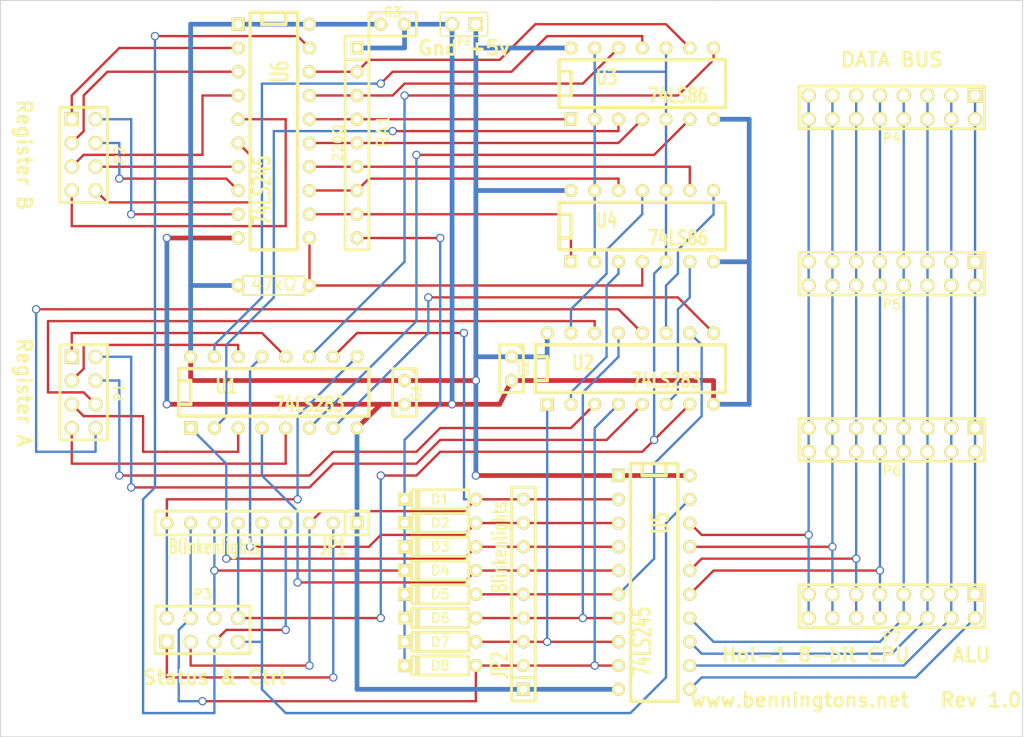
<source format=kicad_pcb>
(kicad_pcb (version 20211014) (generator pcbnew)
  (title_block (title "HOL-1 TTL CPU - ALU board") (rev "1.0") (company "www.benningtons.net"))
  (layers (0 "F.Cu" signal) (31 "B.Cu" signal) (34 "B.Paste" user) (35 "F.Paste" user) (36 "B.SilkS" user "B.Silkscreen") (37 "F.SilkS" user "F.Silkscreen") (38 "B.Mask" user) (39 "F.Mask" user) (44 "Edge.Cuts" user))
  (net 0 "")
  (net 1 "+5V")
  (net 2 "/A1")
  (net 3 "/A2")
  (net 4 "/A3")
  (net 5 "/A4")
  (net 6 "/A5")
  (net 7 "/A6")
  (net 8 "/A7")
  (net 9 "/A8")
  (net 10 "/B1")
  (net 11 "/B2")
  (net 12 "/B3")
  (net 13 "/B4")
  (net 14 "/B5")
  (net 15 "/B6")
  (net 16 "/B7")
  (net 17 "/B8")
  (net 18 "/Carry?")
  (net 19 "/INC")
  (net 20 "/Negative?")
  (net 21 "/Not Zero?")
  (net 22 "/Odd?")
  (net 23 "/Subtract")
  (net 24 "/Sum Out")
  (net 25 "/Sum2")
  (net 26 "/Sum3")
  (net 27 "/Sum4")
  (net 28 "/Sum5")
  (net 29 "/Sum6")
  (net 30 "/Sum7")
  (net 31 "GND")
  (net 32 "N-0000010")
  (net 33 "N-0000011")
  (net 34 "N-0000026")
  (net 35 "N-0000028")
  (net 36 "N-0000029")
  (net 37 "N-0000030")
  (net 38 "N-0000031")
  (net 39 "N-0000032")
  (net 40 "N-0000033")
  (net 41 "N-0000034")
  (net 42 "N-0000035")
  (net 43 "N-0000036")
  (net 44 "N-0000037")
  (net 45 "N-0000038")
  (net 46 "N-0000039")
  (net 47 "N-000005")
  (net 48 "N-0000052")
  (net 49 "N-0000053")
  (net 50 "N-0000054")
  (net 51 "N-0000055")
  (net 52 "N-0000056")
  (net 53 "N-0000057")
  (net 54 "N-0000058")
  (net 55 "N-0000059")
  (net 56 "N-000008")
  (net 57 "N-000009")
  (footprint "PIN_ARRAY_2X1" (layer "F.Cu") (at 135.89 63.5 180)
    (fp_text reference "P8")
    (fp_text value "Power" hide)
  )
  (footprint "C1" (layer "F.Cu") (at 129.54 102.87 -90)
    (fp_text reference "C1")
    (fp_text value "100nF" hide)
  )
  (footprint "C1" (layer "F.Cu") (at 140.97 100.33 -90)
    (fp_text reference "C2")
    (fp_text value "100nF" hide)
  )
  (footprint "C1" (layer "F.Cu") (at 128.27 63.5)
    (fp_text reference "C3")
    (fp_text value "100nF" hide)
  )
  (footprint "R3" (layer "F.Cu") (at 115.57 91.44 180)
    (fp_text reference "R1" hide)
    (fp_text value "47kΩ")
  )
  (footprint "D3" (layer "F.Cu") (at 133.35 129.54 180)
    (fp_text reference "D7")
    (fp_text value "DIODE" hide)
  )
  (footprint "D3" (layer "F.Cu") (at 133.35 127 180)
    (fp_text reference "D6")
    (fp_text value "DIODE" hide)
  )
  (footprint "D3" (layer "F.Cu") (at 133.35 114.3 180)
    (fp_text reference "D1")
    (fp_text value "DIODE" hide)
  )
  (footprint "D3" (layer "F.Cu") (at 133.35 132.08 180)
    (fp_text reference "D8")
    (fp_text value "DIODE" hide)
  )
  (footprint "D3" (layer "F.Cu") (at 133.35 121.92 180)
    (fp_text reference "D4")
    (fp_text value "DIODE" hide)
  )
  (footprint "D3" (layer "F.Cu") (at 133.35 119.38 180)
    (fp_text reference "D3")
    (fp_text value "DIODE" hide)
  )
  (footprint "D3" (layer "F.Cu") (at 133.35 116.84 180)
    (fp_text reference "D2")
    (fp_text value "DIODE" hide)
  )
  (footprint "D3" (layer "F.Cu") (at 133.35 124.46 180)
    (fp_text reference "D5")
    (fp_text value "DIODE" hide)
  )
  (footprint "SIL-9" (layer "F.Cu") (at 142.24 124.46 90)
    (fp_text reference "JP2")
    (fp_text value "Blinkenlights")
  )
  (footprint "r_pack8" (layer "F.Cu") (at 124.46 76.2 -90)
    (fp_text reference "RA1")
    (fp_text value "220Ω")
  )
  (footprint "SIL-9" (layer "F.Cu") (at 114.3 116.84 180)
    (fp_text reference "JP1")
    (fp_text value "Blinkenlights")
  )
  (footprint "pin_array_8x2" (layer "F.Cu") (at 181.61 72.39 180)
    (fp_text reference "P4")
    (fp_text value "DATA BUS" hide)
  )
  (footprint "pin_array_8x2" (layer "F.Cu") (at 181.61 90.17 180)
    (fp_text reference "P5")
    (fp_text value "DATA BUS" hide)
  )
  (footprint "pin_array_8x2" (layer "F.Cu") (at 181.61 107.95 180)
    (fp_text reference "P6")
    (fp_text value "DATA BUS" hide)
  )
  (footprint "pin_array_8x2" (layer "F.Cu") (at 181.61 125.73 180)
    (fp_text reference "P7")
    (fp_text value "DATA BUS" hide)
  )
  (footprint "DIP-14" (layer "F.Cu") (at 154.94 85.09)
    (fp_text reference "U4")
    (fp_text value "74LS86")
  )
  (footprint "DIP-14" (layer "F.Cu") (at 154.94 69.85)
    (fp_text reference "U3")
    (fp_text value "74LS86")
  )
  (footprint "DIP-16" (layer "F.Cu") (at 115.57 102.87)
    (fp_text reference "U1")
    (fp_text value "74LS283")
  )
  (footprint "DIP-16" (layer "F.Cu") (at 153.67 100.33)
    (fp_text reference "U2")
    (fp_text value "74LS283")
  )
  (footprint "DIP-20" (layer "F.Cu") (at 115.57 74.93 -90)
    (fp_text reference "U6")
    (fp_text value "74LS245")
  )
  (footprint "DIP-20" (layer "F.Cu") (at 156.21 123.19 -90)
    (fp_text reference "U5")
    (fp_text value "74LS245")
  )
  (footprint "pin_array_4x2" (layer "F.Cu") (at 95.25 77.47 -90)
    (fp_text reference "P2")
    (fp_text value "REGISTER B LINK" hide)
  )
  (footprint "pin_array_4x2" (layer "F.Cu") (at 95.25 102.87 -90)
    (fp_text reference "P1")
    (fp_text value "REGISTER A LINK" hide)
  )
  (footprint "pin_array_4x2" (layer "F.Cu") (at 107.95 128.27)
    (fp_text reference "P3")
    (fp_text value "STATUS & CTRL" hide)
  )
  (gr_line (start 86.36 60.96) (end 162.56 60.96) (layer "Edge.Cuts") (width 0.1))
  (gr_line (start 195.58 60.96) (end 195.58 96.52) (layer "Edge.Cuts") (width 0.1))
  (gr_line (start 86.36 139.7) (end 86.36 60.96) (layer "Edge.Cuts") (width 0.1))
  (gr_line (start 162.56 60.96) (end 193.04 60.96) (layer "Edge.Cuts") (width 0.1))
  (gr_line (start 195.58 96.52) (end 195.58 139.7) (layer "Edge.Cuts") (width 0.1))
  (gr_line (start 193.04 60.96) (end 195.58 60.96) (layer "Edge.Cuts") (width 0.1))
  (gr_line (start 193.04 139.7) (end 195.58 139.7) (layer "Edge.Cuts") (width 0.1))
  (gr_line (start 193.04 139.7) (end 86.36 139.7) (layer "Edge.Cuts") (width 0.1))
  (gr_text "Register B" (at 88.9 77.47 270) (layer "F.SilkS") (effects (font (size 1.5 1.5) (thickness 0.3))))
  (gr_text "Gnd +5v" (at 135.89 66.04) (layer "F.SilkS") (effects (font (size 1.5 1.5) (thickness 0.3))))
  (gr_text "Status & Ctrl" (at 109.22 133.35) (layer "F.SilkS") (effects (font (size 1.5 1.5) (thickness 0.3))))
  (gr_text "DATA BUS" (at 181.61 67.31) (layer "F.SilkS") (effects (font (size 1.5 1.5) (thickness 0.3))))
  (gr_text "Register A" (at 88.9 102.87 270) (layer "F.SilkS") (effects (font (size 1.5 1.5) (thickness 0.3))))
  (gr_text "Hol-1 8-bit CPU    ALU\n\nwww.benningtons.net   Rev 1.0" (at 177.8 133.35) (layer "F.SilkS") (effects (font (size 1.5 1.5) (thickness 0.3))))
  (segment (start 137.16 101.6) (end 129.54 101.6) (width 0.508) (layer "F.Cu") (net 1))
  (segment (start 137.16 111.76) (end 152.4 111.76) (width 0.508) (layer "F.Cu") (net 1))
  (segment (start 152.4 111.76) (end 160.02 111.76) (width 0.508) (layer "F.Cu") (net 1))
  (segment (start 106.68 101.6) (end 106.68 99.06) (width 0.508) (layer "F.Cu") (net 1))
  (segment (start 129.54 101.6) (end 106.68 101.6) (width 0.508) (layer "F.Cu") (net 1))
  (via (at 137.16 101.6) (size 0.889) (drill 0.635) (layers "F.Cu" "B.Cu") (net 1))
  (via (at 137.16 111.76) (size 0.889) (drill 0.635) (layers "F.Cu" "B.Cu") (net 1))
  (segment (start 137.16 66.04) (end 147.32 66.04) (width 0.508) (layer "B.Cu") (net 1))
  (segment (start 137.16 81.28) (end 147.32 81.28) (width 0.508) (layer "B.Cu") (net 1))
  (segment (start 137.16 99.06) (end 140.97 99.06) (width 0.508) (layer "B.Cu") (net 1))
  (segment (start 140.97 99.06) (end 144.78 99.06) (width 0.508) (layer "B.Cu") (net 1))
  (segment (start 144.78 99.06) (end 144.78 96.52) (width 0.508) (layer "B.Cu") (net 1))
  (segment (start 137.16 101.6) (end 137.16 111.76) (width 0.508) (layer "B.Cu") (net 1))
  (segment (start 106.68 63.5) (end 111.76 63.5) (width 0.508) (layer "B.Cu") (net 1))
  (segment (start 111.76 63.5) (end 119.38 63.5) (width 0.508) (layer "B.Cu") (net 1))
  (segment (start 119.38 63.5) (end 127 63.5) (width 0.508) (layer "B.Cu") (net 1))
  (segment (start 106.68 91.44) (end 106.68 63.5) (width 0.508) (layer "B.Cu") (net 1))
  (segment (start 111.76 91.44) (end 106.68 91.44) (width 0.508) (layer "B.Cu") (net 1))
  (segment (start 137.16 63.5) (end 137.16 66.04) (width 0.508) (layer "B.Cu") (net 1))
  (segment (start 137.16 81.28) (end 137.16 99.06) (width 0.508) (layer "B.Cu") (net 1))
  (segment (start 137.16 99.06) (end 137.16 101.6) (width 0.508) (layer "B.Cu") (net 1))
  (segment (start 137.16 66.04) (end 137.16 81.28) (width 0.508) (layer "B.Cu") (net 1))
  (segment (start 106.68 99.06) (end 106.68 91.44) (width 0.508) (layer "B.Cu") (net 1))
  (segment (start 151.13 107.95) (end 133.35 107.95) (width 0.254) (layer "F.Cu") (net 2))
  (segment (start 133.35 107.95) (end 130.81 110.49) (width 0.254) (layer "F.Cu") (net 2))
  (segment (start 130.81 110.49) (end 121.92 110.49) (width 0.254) (layer "F.Cu") (net 2))
  (segment (start 119.38 113.03) (end 100.33 113.03) (width 0.254) (layer "F.Cu") (net 2))
  (segment (start 154.94 104.14) (end 151.13 107.95) (width 0.254) (layer "F.Cu") (net 2))
  (segment (start 119.38 113.03) (end 121.92 110.49) (width 0.254) (layer "F.Cu") (net 2))
  (via (at 100.33 113.03) (size 0.889) (drill 0.635) (layers "F.Cu" "B.Cu") (net 2))
  (segment (start 100.33 113.03) (end 100.33 102.87) (width 0.254) (layer "B.Cu") (net 2))
  (segment (start 100.33 99.06) (end 100.33 102.87) (width 0.254) (layer "B.Cu") (net 2))
  (segment (start 96.52 99.06) (end 100.33 99.06) (width 0.254) (layer "B.Cu") (net 2))
  (segment (start 147.32 106.68) (end 133.35 106.68) (width 0.254) (layer "F.Cu") (net 3))
  (segment (start 133.35 106.68) (end 130.81 109.22) (width 0.254) (layer "F.Cu") (net 3))
  (segment (start 130.81 109.22) (end 121.92 109.22) (width 0.254) (layer "F.Cu") (net 3))
  (segment (start 119.38 111.76) (end 99.06 111.76) (width 0.254) (layer "F.Cu") (net 3))
  (segment (start 119.38 111.76) (end 121.92 109.22) (width 0.254) (layer "F.Cu") (net 3))
  (segment (start 149.86 104.14) (end 147.32 106.68) (width 0.254) (layer "F.Cu") (net 3))
  (via (at 99.06 111.76) (size 0.889) (drill 0.635) (layers "F.Cu" "B.Cu") (net 3))
  (segment (start 99.06 111.76) (end 99.06 104.14) (width 0.254) (layer "B.Cu") (net 3))
  (segment (start 99.06 101.6) (end 99.06 104.14) (width 0.254) (layer "B.Cu") (net 3))
  (segment (start 96.52 101.6) (end 99.06 101.6) (width 0.254) (layer "B.Cu") (net 3))
  (segment (start 95.25 102.87) (end 91.44 102.87) (width 0.254) (layer "F.Cu") (net 4))
  (segment (start 91.44 102.87) (end 91.44 95.25) (width 0.254) (layer "F.Cu") (net 4))
  (segment (start 91.44 95.25) (end 149.86 95.25) (width 0.254) (layer "F.Cu") (net 4))
  (segment (start 149.86 95.25) (end 149.86 96.52) (width 0.254) (layer "F.Cu") (net 4))
  (segment (start 96.52 104.14) (end 95.25 102.87) (width 0.254) (layer "F.Cu") (net 4))
  (segment (start 152.4 93.98) (end 90.17 93.98) (width 0.254) (layer "F.Cu") (net 5))
  (segment (start 154.94 96.52) (end 152.4 93.98) (width 0.254) (layer "F.Cu") (net 5))
  (via (at 90.17 93.98) (size 0.889) (drill 0.635) (layers "F.Cu" "B.Cu") (net 5))
  (segment (start 90.17 105.41) (end 90.17 93.98) (width 0.254) (layer "B.Cu") (net 5))
  (segment (start 96.52 109.22) (end 90.17 109.22) (width 0.254) (layer "B.Cu") (net 5))
  (segment (start 90.17 109.22) (end 90.17 105.41) (width 0.254) (layer "B.Cu") (net 5))
  (segment (start 96.52 106.68) (end 96.52 109.22) (width 0.254) (layer "B.Cu") (net 5))
  (segment (start 116.84 110.49) (end 93.98 110.49) (width 0.254) (layer "F.Cu") (net 6))
  (segment (start 93.98 106.68) (end 93.98 110.49) (width 0.254) (layer "F.Cu") (net 6))
  (segment (start 116.84 106.68) (end 116.84 110.49) (width 0.254) (layer "F.Cu") (net 6))
  (segment (start 111.76 109.22) (end 104.14 109.22) (width 0.254) (layer "F.Cu") (net 7))
  (segment (start 95.25 105.41) (end 101.6 105.41) (width 0.254) (layer "F.Cu") (net 7))
  (segment (start 101.6 105.41) (end 101.6 109.22) (width 0.254) (layer "F.Cu") (net 7))
  (segment (start 101.6 109.22) (end 104.14 109.22) (width 0.254) (layer "F.Cu") (net 7))
  (segment (start 111.76 106.68) (end 111.76 109.22) (width 0.254) (layer "F.Cu") (net 7))
  (segment (start 93.98 104.14) (end 95.25 105.41) (width 0.254) (layer "F.Cu") (net 7))
  (segment (start 111.76 97.79) (end 95.25 97.79) (width 0.254) (layer "F.Cu") (net 8))
  (segment (start 95.25 97.79) (end 95.25 100.33) (width 0.254) (layer "F.Cu") (net 8))
  (segment (start 111.76 99.06) (end 111.76 97.79) (width 0.254) (layer "F.Cu") (net 8))
  (segment (start 93.98 101.6) (end 95.25 100.33) (width 0.254) (layer "F.Cu") (net 8))
  (segment (start 96.52 96.52) (end 114.3 96.52) (width 0.254) (layer "F.Cu") (net 9))
  (segment (start 93.98 96.52) (end 96.52 96.52) (width 0.254) (layer "F.Cu") (net 9))
  (segment (start 93.98 99.06) (end 93.98 96.52) (width 0.254) (layer "F.Cu") (net 9))
  (segment (start 114.3 96.52) (end 116.84 99.06) (width 0.254) (layer "F.Cu") (net 9))
  (segment (start 160.02 88.9) (end 160.02 92.71) (width 0.254) (layer "B.Cu") (net 10))
  (segment (start 158.75 93.98) (end 158.75 95.25) (width 0.254) (layer "B.Cu") (net 10))
  (segment (start 158.75 102.87) (end 158.75 99.06) (width 0.254) (layer "B.Cu") (net 10))
  (segment (start 160.02 92.71) (end 158.75 93.98) (width 0.254) (layer "B.Cu") (net 10))
  (segment (start 157.48 104.14) (end 158.75 102.87) (width 0.254) (layer "B.Cu") (net 10))
  (segment (start 158.75 99.06) (end 158.75 95.25) (width 0.254) (layer "B.Cu") (net 10))
  (segment (start 151.13 99.06) (end 151.13 91.44) (width 0.254) (layer "B.Cu") (net 11))
  (segment (start 152.4 90.17) (end 152.4 88.9) (width 0.254) (layer "B.Cu") (net 11))
  (segment (start 147.32 104.14) (end 147.32 102.87) (width 0.254) (layer "B.Cu") (net 11))
  (segment (start 151.13 91.44) (end 152.4 90.17) (width 0.254) (layer "B.Cu") (net 11))
  (segment (start 147.32 102.87) (end 151.13 99.06) (width 0.254) (layer "B.Cu") (net 11))
  (segment (start 154.94 83.82) (end 154.94 81.28) (width 0.254) (layer "B.Cu") (net 12))
  (segment (start 151.13 90.17) (end 151.13 87.63) (width 0.254) (layer "B.Cu") (net 12))
  (segment (start 147.32 93.98) (end 147.32 96.52) (width 0.254) (layer "B.Cu") (net 12))
  (segment (start 151.13 90.17) (end 147.32 93.98) (width 0.254) (layer "B.Cu") (net 12))
  (segment (start 154.94 83.82) (end 151.13 87.63) (width 0.254) (layer "B.Cu") (net 12))
  (segment (start 162.56 81.28) (end 162.56 83.82) (width 0.254) (layer "B.Cu") (net 13))
  (segment (start 162.56 83.82) (end 158.75 87.63) (width 0.254) (layer "B.Cu") (net 13))
  (segment (start 157.48 91.44) (end 157.48 96.52) (width 0.254) (layer "B.Cu") (net 13))
  (segment (start 157.48 91.44) (end 158.75 90.17) (width 0.254) (layer "B.Cu") (net 13))
  (segment (start 158.75 90.17) (end 158.75 87.63) (width 0.254) (layer "B.Cu") (net 13))
  (segment (start 156.21 77.47) (end 160.02 73.66) (width 0.254) (layer "F.Cu") (net 14))
  (segment (start 130.81 77.47) (end 156.21 77.47) (width 0.254) (layer "F.Cu") (net 14))
  (via (at 130.81 77.47) (size 0.889) (drill 0.635) (layers "F.Cu" "B.Cu") (net 14))
  (segment (start 130.81 77.47) (end 130.81 81.28) (width 0.254) (layer "B.Cu") (net 14))
  (segment (start 130.81 83.82) (end 130.81 90.17) (width 0.254) (layer "B.Cu") (net 14))
  (segment (start 130.81 81.28) (end 130.81 83.82) (width 0.254) (layer "B.Cu") (net 14))
  (segment (start 130.81 90.17) (end 130.81 92.71) (width 0.254) (layer "B.Cu") (net 14))
  (segment (start 119.38 106.68) (end 130.81 95.25) (width 0.254) (layer "B.Cu") (net 14))
  (segment (start 130.81 92.71) (end 130.81 95.25) (width 0.254) (layer "B.Cu") (net 14))
  (segment (start 152.4 74.93) (end 128.27 74.93) (width 0.254) (layer "F.Cu") (net 15))
  (segment (start 152.4 74.93) (end 152.4 73.66) (width 0.254) (layer "F.Cu") (net 15))
  (via (at 128.27 74.93) (size 0.889) (drill 0.635) (layers "F.Cu" "B.Cu") (net 15))
  (segment (start 110.49 105.41) (end 109.22 106.68) (width 0.254) (layer "B.Cu") (net 15))
  (segment (start 110.49 97.79) (end 110.49 105.41) (width 0.254) (layer "B.Cu") (net 15))
  (segment (start 115.57 74.93) (end 115.57 92.71) (width 0.254) (layer "B.Cu") (net 15))
  (segment (start 115.57 92.71) (end 110.49 97.79) (width 0.254) (layer "B.Cu") (net 15))
  (segment (start 128.27 74.93) (end 115.57 74.93) (width 0.254) (layer "B.Cu") (net 15))
  (segment (start 128.27 68.58) (end 140.97 68.58) (width 0.254) (layer "F.Cu") (net 16))
  (segment (start 140.97 68.58) (end 144.78 64.77) (width 0.254) (layer "F.Cu") (net 16))
  (segment (start 144.78 64.77) (end 154.94 64.77) (width 0.254) (layer "F.Cu") (net 16))
  (segment (start 154.94 64.77) (end 154.94 66.04) (width 0.254) (layer "F.Cu") (net 16))
  (segment (start 127 69.85) (end 128.27 68.58) (width 0.254) (layer "F.Cu") (net 16))
  (via (at 127 69.85) (size 0.889) (drill 0.635) (layers "F.Cu" "B.Cu") (net 16))
  (segment (start 114.3 69.85) (end 114.3 92.71) (width 0.254) (layer "B.Cu") (net 16))
  (segment (start 127 69.85) (end 114.3 69.85) (width 0.254) (layer "B.Cu") (net 16))
  (segment (start 109.22 99.06) (end 109.22 97.79) (width 0.254) (layer "B.Cu") (net 16))
  (segment (start 109.22 97.79) (end 114.3 92.71) (width 0.254) (layer "B.Cu") (net 16))
  (segment (start 162.56 67.31) (end 162.56 66.04) (width 0.254) (layer "F.Cu") (net 17))
  (segment (start 158.75 71.12) (end 132.08 71.12) (width 0.254) (layer "F.Cu") (net 17))
  (segment (start 129.54 71.12) (end 132.08 71.12) (width 0.254) (layer "F.Cu") (net 17))
  (segment (start 162.56 67.31) (end 158.75 71.12) (width 0.254) (layer "F.Cu") (net 17))
  (via (at 129.54 71.12) (size 0.889) (drill 0.635) (layers "F.Cu" "B.Cu") (net 17))
  (segment (start 129.54 88.9) (end 129.54 72.39) (width 0.254) (layer "B.Cu") (net 17))
  (segment (start 129.54 72.39) (end 129.54 71.12) (width 0.254) (layer "B.Cu") (net 17))
  (segment (start 119.38 99.06) (end 129.54 88.9) (width 0.254) (layer "B.Cu") (net 17))
  (segment (start 107.95 114.3) (end 118.11 114.3) (width 0.254) (layer "F.Cu") (net 18))
  (segment (start 104.14 114.3) (end 107.95 114.3) (width 0.254) (layer "F.Cu") (net 18))
  (segment (start 104.14 116.84) (end 104.14 114.3) (width 0.254) (layer "F.Cu") (net 18))
  (via (at 118.11 114.3) (size 0.889) (drill 0.635) (layers "F.Cu" "B.Cu") (net 18))
  (segment (start 118.11 105.41) (end 118.11 114.3) (width 0.254) (layer "B.Cu") (net 18))
  (segment (start 104.14 127) (end 104.14 116.84) (width 0.254) (layer "B.Cu") (net 18))
  (segment (start 124.46 99.06) (end 118.11 105.41) (width 0.254) (layer "B.Cu") (net 18))
  (segment (start 102.87 64.77) (end 118.11 64.77) (width 0.254) (layer "F.Cu") (net 19))
  (segment (start 119.38 66.04) (end 118.11 64.77) (width 0.254) (layer "F.Cu") (net 19))
  (segment (start 110.49 128.27) (end 116.84 128.27) (width 0.254) (layer "F.Cu") (net 19))
  (segment (start 109.22 129.54) (end 110.49 128.27) (width 0.254) (layer "F.Cu") (net 19))
  (via (at 116.84 128.27) (size 0.889) (drill 0.635) (layers "F.Cu" "B.Cu") (net 19))
  (via (at 102.87 64.77) (size 0.889) (drill 0.635) (layers "F.Cu" "B.Cu") (net 19))
  (segment (start 102.87 113.03) (end 102.87 64.77) (width 0.254) (layer "B.Cu") (net 19))
  (segment (start 116.84 128.27) (end 116.84 116.84) (width 0.254) (layer "B.Cu") (net 19))
  (segment (start 109.22 137.16) (end 101.6 137.16) (width 0.254) (layer "B.Cu") (net 19))
  (segment (start 101.6 137.16) (end 101.6 115.57) (width 0.254) (layer "B.Cu") (net 19))
  (segment (start 101.6 114.3) (end 101.6 115.57) (width 0.254) (layer "B.Cu") (net 19))
  (segment (start 109.22 129.54) (end 109.22 137.16) (width 0.254) (layer "B.Cu") (net 19))
  (segment (start 102.87 113.03) (end 101.6 114.3) (width 0.254) (layer "B.Cu") (net 19))
  (segment (start 124.46 96.52) (end 135.89 96.52) (width 0.254) (layer "F.Cu") (net 20))
  (segment (start 106.68 132.08) (end 119.38 132.08) (width 0.254) (layer "F.Cu") (net 20))
  (segment (start 120.65 115.57) (end 135.89 115.57) (width 0.254) (layer "F.Cu") (net 20))
  (segment (start 135.89 115.57) (end 137.16 114.3) (width 0.254) (layer "F.Cu") (net 20))
  (segment (start 121.92 99.06) (end 124.46 96.52) (width 0.254) (layer "F.Cu") (net 20))
  (segment (start 106.68 129.54) (end 106.68 132.08) (width 0.254) (layer "F.Cu") (net 20))
  (segment (start 142.24 114.3) (end 152.4 114.3) (width 0.254) (layer "F.Cu") (net 20))
  (segment (start 137.16 114.3) (end 142.24 114.3) (width 0.254) (layer "F.Cu") (net 20))
  (segment (start 119.38 116.84) (end 120.65 115.57) (width 0.254) (layer "F.Cu") (net 20))
  (via (at 119.38 132.08) (size 0.889) (drill 0.635) (layers "F.Cu" "B.Cu") (net 20))
  (via (at 135.89 96.52) (size 0.889) (drill 0.635) (layers "F.Cu" "B.Cu") (net 20))
  (segment (start 135.89 96.52) (end 135.89 113.03) (width 0.254) (layer "B.Cu") (net 20))
  (segment (start 135.89 114.3) (end 137.16 114.3) (width 0.254) (layer "B.Cu") (net 20))
  (segment (start 135.89 113.03) (end 135.89 114.3) (width 0.254) (layer "B.Cu") (net 20))
  (segment (start 119.38 132.08) (end 119.38 116.84) (width 0.254) (layer "B.Cu") (net 20))
  (segment (start 124.46 86.36) (end 133.35 86.36) (width 0.254) (layer "F.Cu") (net 21))
  (segment (start 129.54 121.92) (end 109.22 121.92) (width 0.254) (layer "F.Cu") (net 21))
  (via (at 109.22 121.92) (size 0.889) (drill 0.635) (layers "F.Cu" "B.Cu") (net 21))
  (via (at 133.35 86.36) (size 0.889) (drill 0.635) (layers "F.Cu" "B.Cu") (net 21))
  (segment (start 129.54 129.54) (end 129.54 127) (width 0.254) (layer "B.Cu") (net 21))
  (segment (start 129.54 127) (end 129.54 124.46) (width 0.254) (layer "B.Cu") (net 21))
  (segment (start 129.54 124.46) (end 129.54 121.92) (width 0.254) (layer "B.Cu") (net 21))
  (segment (start 129.54 121.92) (end 129.54 119.38) (width 0.254) (layer "B.Cu") (net 21))
  (segment (start 129.54 119.38) (end 129.54 116.84) (width 0.254) (layer "B.Cu") (net 21))
  (segment (start 129.54 116.84) (end 129.54 114.3) (width 0.254) (layer "B.Cu") (net 21))
  (segment (start 129.54 107.95) (end 133.35 104.14) (width 0.254) (layer "B.Cu") (net 21))
  (segment (start 133.35 104.14) (end 133.35 86.36) (width 0.254) (layer "B.Cu") (net 21))
  (segment (start 109.22 121.92) (end 109.22 116.84) (width 0.254) (layer "B.Cu") (net 21))
  (segment (start 129.54 132.08) (end 129.54 129.54) (width 0.254) (layer "B.Cu") (net 21))
  (segment (start 109.22 127) (end 109.22 121.92) (width 0.254) (layer "B.Cu") (net 21))
  (segment (start 129.54 114.3) (end 129.54 107.95) (width 0.254) (layer "B.Cu") (net 21))
  (segment (start 149.86 132.08) (end 152.4 132.08) (width 0.254) (layer "F.Cu") (net 22))
  (segment (start 107.95 135.89) (end 137.16 135.89) (width 0.254) (layer "F.Cu") (net 22))
  (segment (start 137.16 135.89) (end 137.16 132.08) (width 0.254) (layer "F.Cu") (net 22))
  (segment (start 142.24 132.08) (end 149.86 132.08) (width 0.254) (layer "F.Cu") (net 22))
  (segment (start 137.16 132.08) (end 142.24 132.08) (width 0.254) (layer "F.Cu") (net 22))
  (via (at 149.86 132.08) (size 0.889) (drill 0.635) (layers "F.Cu" "B.Cu") (net 22))
  (via (at 107.95 135.89) (size 0.889) (drill 0.635) (layers "F.Cu" "B.Cu") (net 22))
  (segment (start 149.86 106.68) (end 149.86 132.08) (width 0.254) (layer "B.Cu") (net 22))
  (segment (start 105.41 128.27) (end 105.41 135.89) (width 0.254) (layer "B.Cu") (net 22))
  (segment (start 105.41 135.89) (end 107.95 135.89) (width 0.254) (layer "B.Cu") (net 22))
  (segment (start 106.68 127) (end 105.41 128.27) (width 0.254) (layer "B.Cu") (net 22))
  (segment (start 106.68 116.84) (end 106.68 127) (width 0.254) (layer "B.Cu") (net 22))
  (segment (start 152.4 104.14) (end 149.86 106.68) (width 0.254) (layer "B.Cu") (net 22))
  (segment (start 157.48 106.68) (end 156.21 107.95) (width 0.254) (layer "F.Cu") (net 23))
  (segment (start 127 111.76) (end 130.81 111.76) (width 0.254) (layer "F.Cu") (net 23))
  (segment (start 130.81 111.76) (end 133.35 109.22) (width 0.254) (layer "F.Cu") (net 23))
  (segment (start 133.35 109.22) (end 154.94 109.22) (width 0.254) (layer "F.Cu") (net 23))
  (segment (start 154.94 109.22) (end 156.21 107.95) (width 0.254) (layer "F.Cu") (net 23))
  (segment (start 160.02 104.14) (end 157.48 106.68) (width 0.254) (layer "F.Cu") (net 23))
  (segment (start 111.76 127) (end 127 127) (width 0.254) (layer "F.Cu") (net 23))
  (via (at 156.21 107.95) (size 0.889) (drill 0.635) (layers "F.Cu" "B.Cu") (net 23))
  (via (at 127 111.76) (size 0.889) (drill 0.635) (layers "F.Cu" "B.Cu") (net 23))
  (via (at 127 127) (size 0.889) (drill 0.635) (layers "F.Cu" "B.Cu") (net 23))
  (segment (start 149.86 71.12) (end 149.86 73.66) (width 0.254) (layer "B.Cu") (net 23))
  (segment (start 157.48 71.12) (end 157.48 73.66) (width 0.254) (layer "B.Cu") (net 23))
  (segment (start 149.86 86.36) (end 149.86 81.28) (width 0.254) (layer "B.Cu") (net 23))
  (segment (start 149.86 68.58) (end 149.86 71.12) (width 0.254) (layer "B.Cu") (net 23))
  (segment (start 157.48 68.58) (end 157.48 71.12) (width 0.254) (layer "B.Cu") (net 23))
  (segment (start 156.21 107.95) (end 156.21 90.17) (width 0.254) (layer "B.Cu") (net 23))
  (segment (start 156.21 90.17) (end 157.48 88.9) (width 0.254) (layer "B.Cu") (net 23))
  (segment (start 127 127) (end 127 111.76) (width 0.254) (layer "B.Cu") (net 23))
  (segment (start 157.48 73.66) (end 157.48 81.28) (width 0.254) (layer "B.Cu") (net 23))
  (segment (start 157.48 66.04) (end 157.48 68.58) (width 0.254) (layer "B.Cu") (net 23))
  (segment (start 157.48 88.9) (end 157.48 81.28) (width 0.254) (layer "B.Cu") (net 23))
  (segment (start 149.86 88.9) (end 149.86 86.36) (width 0.254) (layer "B.Cu") (net 23))
  (segment (start 111.76 127) (end 111.76 116.84) (width 0.254) (layer "B.Cu") (net 23))
  (segment (start 149.86 73.66) (end 149.86 81.28) (width 0.254) (layer "B.Cu") (net 23))
  (segment (start 149.86 66.04) (end 149.86 68.58) (width 0.254) (layer "B.Cu") (net 23))
  (segment (start 149.86 68.58) (end 157.48 68.58) (width 0.254) (layer "B.Cu") (net 23))
  (segment (start 114.3 129.54) (end 111.76 129.54) (width 0.254) (layer "B.Cu") (net 24))
  (segment (start 157.48 116.84) (end 157.48 133.35) (width 0.254) (layer "B.Cu") (net 24))
  (segment (start 157.48 133.35) (end 153.67 137.16) (width 0.254) (layer "B.Cu") (net 24))
  (segment (start 153.67 137.16) (end 116.84 137.16) (width 0.254) (layer "B.Cu") (net 24))
  (segment (start 114.3 134.62) (end 114.3 129.54) (width 0.254) (layer "B.Cu") (net 24))
  (segment (start 114.3 134.62) (end 116.84 137.16) (width 0.254) (layer "B.Cu") (net 24))
  (segment (start 114.3 116.84) (end 114.3 129.54) (width 0.254) (layer "B.Cu") (net 24))
  (segment (start 160.02 114.3) (end 157.48 116.84) (width 0.254) (layer "B.Cu") (net 24))
  (segment (start 144.78 129.54) (end 152.4 129.54) (width 0.254) (layer "F.Cu") (net 25))
  (segment (start 137.16 129.54) (end 142.24 129.54) (width 0.254) (layer "F.Cu") (net 25))
  (segment (start 142.24 129.54) (end 144.78 129.54) (width 0.254) (layer "F.Cu") (net 25))
  (via (at 144.78 129.54) (size 0.889) (drill 0.635) (layers "F.Cu" "B.Cu") (net 25))
  (segment (start 144.78 104.14) (end 144.78 129.54) (width 0.254) (layer "B.Cu") (net 25))
  (segment (start 148.59 127) (end 152.4 127) (width 0.254) (layer "F.Cu") (net 26))
  (segment (start 137.16 127) (end 142.24 127) (width 0.254) (layer "F.Cu") (net 26))
  (segment (start 142.24 127) (end 148.59 127) (width 0.254) (layer "F.Cu") (net 26))
  (via (at 148.59 127) (size 0.889) (drill 0.635) (layers "F.Cu" "B.Cu") (net 26))
  (segment (start 148.59 102.87) (end 148.59 127) (width 0.254) (layer "B.Cu") (net 26))
  (segment (start 148.59 102.87) (end 152.4 99.06) (width 0.254) (layer "B.Cu") (net 26))
  (segment (start 152.4 96.52) (end 152.4 99.06) (width 0.254) (layer "B.Cu") (net 26))
  (segment (start 137.16 124.46) (end 142.24 124.46) (width 0.254) (layer "F.Cu") (net 27))
  (segment (start 142.24 124.46) (end 152.4 124.46) (width 0.254) (layer "F.Cu") (net 27))
  (segment (start 156.21 110.49) (end 156.21 120.65) (width 0.254) (layer "B.Cu") (net 27))
  (segment (start 161.29 105.41) (end 161.29 97.79) (width 0.254) (layer "B.Cu") (net 27))
  (segment (start 161.29 97.79) (end 160.02 96.52) (width 0.254) (layer "B.Cu") (net 27))
  (segment (start 158.75 107.95) (end 156.21 110.49) (width 0.254) (layer "B.Cu") (net 27))
  (segment (start 152.4 124.46) (end 156.21 120.65) (width 0.254) (layer "B.Cu") (net 27))
  (segment (start 158.75 107.95) (end 161.29 105.41) (width 0.254) (layer "B.Cu") (net 27))
  (segment (start 135.89 123.19) (end 118.11 123.19) (width 0.254) (layer "F.Cu") (net 28))
  (segment (start 142.24 121.92) (end 152.4 121.92) (width 0.254) (layer "F.Cu") (net 28))
  (segment (start 137.16 121.92) (end 135.89 123.19) (width 0.254) (layer "F.Cu") (net 28))
  (segment (start 137.16 121.92) (end 142.24 121.92) (width 0.254) (layer "F.Cu") (net 28))
  (via (at 118.11 123.19) (size 0.889) (drill 0.635) (layers "F.Cu" "B.Cu") (net 28))
  (segment (start 114.3 106.68) (end 114.3 106.68) (width 0.254) (layer "B.Cu") (net 28))
  (segment (start 114.3 111.76) (end 114.3 106.68) (width 0.254) (layer "B.Cu") (net 28))
  (segment (start 118.11 115.57) (end 118.11 123.19) (width 0.254) (layer "B.Cu") (net 28))
  (segment (start 114.3 111.76) (end 118.11 115.57) (width 0.254) (layer "B.Cu") (net 28))
  (segment (start 135.89 120.65) (end 110.49 120.65) (width 0.254) (layer "F.Cu") (net 29))
  (segment (start 110.49 120.65) (end 110.49 120.65) (width 0.254) (layer "F.Cu") (net 29))
  (segment (start 137.16 119.38) (end 142.24 119.38) (width 0.254) (layer "F.Cu") (net 29))
  (segment (start 135.89 120.65) (end 137.16 119.38) (width 0.254) (layer "F.Cu") (net 29))
  (segment (start 142.24 119.38) (end 152.4 119.38) (width 0.254) (layer "F.Cu") (net 29))
  (via (at 110.49 120.65) (size 0.889) (drill 0.635) (layers "F.Cu" "B.Cu") (net 29))
  (segment (start 110.49 120.65) (end 110.49 111.76) (width 0.254) (layer "B.Cu") (net 29))
  (segment (start 110.49 111.76) (end 110.49 110.49) (width 0.254) (layer "B.Cu") (net 29))
  (segment (start 106.68 106.68) (end 110.49 110.49) (width 0.254) (layer "B.Cu") (net 29))
  (segment (start 135.89 118.11) (end 127 118.11) (width 0.254) (layer "F.Cu") (net 30))
  (segment (start 125.73 119.38) (end 113.03 119.38) (width 0.254) (layer "F.Cu") (net 30))
  (segment (start 113.03 119.38) (end 113.03 118.11) (width 0.254) (layer "F.Cu") (net 30))
  (segment (start 127 118.11) (end 125.73 119.38) (width 0.254) (layer "F.Cu") (net 30))
  (segment (start 113.03 119.38) (end 113.03 118.11) (width 0.254) (layer "F.Cu") (net 30))
  (segment (start 137.16 116.84) (end 142.24 116.84) (width 0.254) (layer "F.Cu") (net 30))
  (segment (start 142.24 116.84) (end 152.4 116.84) (width 0.254) (layer "F.Cu") (net 30))
  (segment (start 135.89 118.11) (end 137.16 116.84) (width 0.254) (layer "F.Cu") (net 30))
  (via (at 113.03 119.38) (size 0.889) (drill 0.635) (layers "F.Cu" "B.Cu") (net 30))
  (segment (start 113.03 119.38) (end 113.03 100.33) (width 0.254) (layer "B.Cu") (net 30))
  (segment (start 114.3 99.06) (end 113.03 100.33) (width 0.254) (layer "B.Cu") (net 30))
  (segment (start 104.14 86.36) (end 111.76 86.36) (width 0.508) (layer "F.Cu") (net 31))
  (segment (start 139.7 104.14) (end 134.62 104.14) (width 0.508) (layer "F.Cu") (net 31))
  (segment (start 140.97 101.6) (end 139.7 104.14) (width 0.508) (layer "F.Cu") (net 31))
  (segment (start 140.97 101.6) (end 162.56 101.6) (width 0.508) (layer "F.Cu") (net 31))
  (segment (start 162.56 101.6) (end 162.56 104.14) (width 0.508) (layer "F.Cu") (net 31))
  (segment (start 127 104.14) (end 124.46 104.14) (width 0.508) (layer "F.Cu") (net 31))
  (segment (start 124.46 104.14) (end 104.14 104.14) (width 0.508) (layer "F.Cu") (net 31))
  (segment (start 124.46 106.68) (end 127 104.14) (width 0.508) (layer "F.Cu") (net 31))
  (segment (start 129.54 104.14) (end 134.62 104.14) (width 0.508) (layer "F.Cu") (net 31))
  (segment (start 129.54 104.14) (end 127 104.14) (width 0.508) (layer "F.Cu") (net 31))
  (via (at 104.14 86.36) (size 0.889) (drill 0.635) (layers "F.Cu" "B.Cu") (net 31))
  (via (at 134.62 104.14) (size 0.889) (drill 0.635) (layers "F.Cu" "B.Cu") (net 31))
  (via (at 104.14 104.14) (size 0.889) (drill 0.635) (layers "F.Cu" "B.Cu") (net 31))
  (segment (start 129.54 63.5) (end 129.54 66.04) (width 0.508) (layer "B.Cu") (net 31))
  (segment (start 129.54 66.04) (end 124.46 66.04) (width 0.508) (layer "B.Cu") (net 31))
  (segment (start 124.46 134.62) (end 142.24 134.62) (width 0.508) (layer "B.Cu") (net 31))
  (segment (start 142.24 134.62) (end 152.4 134.62) (width 0.508) (layer "B.Cu") (net 31))
  (segment (start 104.14 104.14) (end 104.14 86.36) (width 0.508) (layer "B.Cu") (net 31))
  (segment (start 166.37 104.14) (end 166.37 88.9) (width 0.508) (layer "B.Cu") (net 31))
  (segment (start 166.37 88.9) (end 162.56 88.9) (width 0.508) (layer "B.Cu") (net 31))
  (segment (start 166.37 73.66) (end 166.37 88.9) (width 0.508) (layer "B.Cu") (net 31))
  (segment (start 162.56 73.66) (end 166.37 73.66) (width 0.508) (layer "B.Cu") (net 31))
  (segment (start 124.46 106.68) (end 124.46 116.84) (width 0.508) (layer "B.Cu") (net 31))
  (segment (start 124.46 116.84) (end 124.46 134.62) (width 0.508) (layer "B.Cu") (net 31))
  (segment (start 162.56 104.14) (end 166.37 104.14) (width 0.508) (layer "B.Cu") (net 31))
  (segment (start 134.62 63.5) (end 134.62 104.14) (width 0.508) (layer "B.Cu") (net 31))
  (segment (start 134.62 63.5) (end 129.54 63.5) (width 0.508) (layer "B.Cu") (net 31))
  (segment (start 147.32 83.82) (end 147.32 88.9) (width 0.254) (layer "F.Cu") (net 32))
  (segment (start 119.38 83.82) (end 124.46 83.82) (width 0.254) (layer "F.Cu") (net 32))
  (segment (start 124.46 83.82) (end 147.32 83.82) (width 0.254) (layer "F.Cu") (net 32))
  (segment (start 154.94 91.44) (end 154.94 88.9) (width 0.254) (layer "F.Cu") (net 33))
  (segment (start 119.38 86.36) (end 119.38 91.44) (width 0.254) (layer "F.Cu") (net 33))
  (segment (start 152.4 91.44) (end 154.94 91.44) (width 0.254) (layer "F.Cu") (net 33))
  (segment (start 119.38 91.44) (end 152.4 91.44) (width 0.254) (layer "F.Cu") (net 33))
  (segment (start 127 67.31) (end 139.7 67.31) (width 0.254) (layer "F.Cu") (net 34))
  (segment (start 125.73 67.31) (end 127 67.31) (width 0.254) (layer "F.Cu") (net 34))
  (segment (start 143.51 63.5) (end 157.48 63.5) (width 0.254) (layer "F.Cu") (net 34))
  (segment (start 124.46 68.58) (end 125.73 67.31) (width 0.254) (layer "F.Cu") (net 34))
  (segment (start 143.51 63.5) (end 139.7 67.31) (width 0.254) (layer "F.Cu") (net 34))
  (segment (start 160.02 66.04) (end 157.48 63.5) (width 0.254) (layer "F.Cu") (net 34))
  (segment (start 119.38 68.58) (end 124.46 68.58) (width 0.254) (layer "F.Cu") (net 34))
  (segment (start 93.98 71.12) (end 99.06 66.04) (width 0.254) (layer "F.Cu") (net 35))
  (segment (start 99.06 66.04) (end 111.76 66.04) (width 0.254) (layer "F.Cu") (net 35))
  (segment (start 93.98 73.66) (end 93.98 71.12) (width 0.254) (layer "F.Cu") (net 35))
  (segment (start 109.22 85.09) (end 93.98 85.09) (width 0.254) (layer "F.Cu") (net 36))
  (segment (start 93.98 85.09) (end 93.98 81.28) (width 0.254) (layer "F.Cu") (net 36))
  (segment (start 116.84 73.66) (end 116.84 85.09) (width 0.254) (layer "F.Cu") (net 36))
  (segment (start 116.84 85.09) (end 109.22 85.09) (width 0.254) (layer "F.Cu") (net 36))
  (segment (start 111.76 73.66) (end 116.84 73.66) (width 0.254) (layer "F.Cu") (net 36))
  (segment (start 111.76 83.82) (end 100.33 83.82) (width 0.254) (layer "F.Cu") (net 37))
  (via (at 100.33 83.82) (size 0.889) (drill 0.635) (layers "F.Cu" "B.Cu") (net 37))
  (segment (start 100.33 83.82) (end 100.33 73.66) (width 0.254) (layer "B.Cu") (net 37))
  (segment (start 100.33 73.66) (end 96.52 73.66) (width 0.254) (layer "B.Cu") (net 37))
  (segment (start 160.02 78.74) (end 160.02 81.28) (width 0.254) (layer "F.Cu") (net 38))
  (segment (start 119.38 78.74) (end 124.46 78.74) (width 0.254) (layer "F.Cu") (net 38))
  (segment (start 124.46 78.74) (end 160.02 78.74) (width 0.254) (layer "F.Cu") (net 38))
  (segment (start 124.46 73.66) (end 147.32 73.66) (width 0.254) (layer "F.Cu") (net 39))
  (segment (start 119.38 73.66) (end 124.46 73.66) (width 0.254) (layer "F.Cu") (net 39))
  (segment (start 127 71.12) (end 128.27 71.12) (width 0.254) (layer "F.Cu") (net 40))
  (segment (start 128.27 71.12) (end 129.54 69.85) (width 0.254) (layer "F.Cu") (net 40))
  (segment (start 129.54 69.85) (end 148.59 69.85) (width 0.254) (layer "F.Cu") (net 40))
  (segment (start 148.59 69.85) (end 152.4 66.04) (width 0.254) (layer "F.Cu") (net 40))
  (segment (start 124.46 71.12) (end 127 71.12) (width 0.254) (layer "F.Cu") (net 40))
  (segment (start 119.38 71.12) (end 124.46 71.12) (width 0.254) (layer "F.Cu") (net 40))
  (segment (start 97.79 82.55) (end 113.03 82.55) (width 0.254) (layer "F.Cu") (net 41))
  (segment (start 113.03 82.55) (end 113.03 77.47) (width 0.254) (layer "F.Cu") (net 41))
  (segment (start 113.03 77.47) (end 111.76 76.2) (width 0.254) (layer "F.Cu") (net 41))
  (segment (start 96.52 81.28) (end 97.79 82.55) (width 0.254) (layer "F.Cu") (net 41))
  (segment (start 121.92 133.35) (end 104.14 133.35) (width 0.254) (layer "F.Cu") (net 42))
  (segment (start 104.14 133.35) (end 104.14 129.54) (width 0.254) (layer "F.Cu") (net 42))
  (via (at 121.92 133.35) (size 0.889) (drill 0.635) (layers "F.Cu" "B.Cu") (net 42))
  (segment (start 121.92 116.84) (end 121.92 133.35) (width 0.254) (layer "B.Cu") (net 42))
  (segment (start 95.25 74.93) (end 95.25 71.12) (width 0.254) (layer "F.Cu") (net 43))
  (segment (start 95.25 71.12) (end 97.79 68.58) (width 0.254) (layer "F.Cu") (net 43))
  (segment (start 97.79 68.58) (end 111.76 68.58) (width 0.254) (layer "F.Cu") (net 43))
  (segment (start 93.98 76.2) (end 95.25 74.93) (width 0.254) (layer "F.Cu") (net 43))
  (segment (start 99.06 80.01) (end 110.49 80.01) (width 0.254) (layer "F.Cu") (net 44))
  (segment (start 110.49 80.01) (end 111.76 81.28) (width 0.254) (layer "F.Cu") (net 44))
  (via (at 99.06 80.01) (size 0.889) (drill 0.635) (layers "F.Cu" "B.Cu") (net 44))
  (segment (start 99.06 76.2) (end 99.06 80.01) (width 0.254) (layer "B.Cu") (net 44))
  (segment (start 96.52 76.2) (end 99.06 76.2) (width 0.254) (layer "B.Cu") (net 44))
  (segment (start 95.25 77.47) (end 107.95 77.47) (width 0.254) (layer "F.Cu") (net 45))
  (segment (start 107.95 77.47) (end 107.95 71.12) (width 0.254) (layer "F.Cu") (net 45))
  (segment (start 107.95 71.12) (end 111.76 71.12) (width 0.254) (layer "F.Cu") (net 45))
  (segment (start 93.98 78.74) (end 95.25 77.47) (width 0.254) (layer "F.Cu") (net 45))
  (segment (start 96.52 78.74) (end 111.76 78.74) (width 0.254) (layer "F.Cu") (net 46))
  (segment (start 158.75 92.71) (end 132.08 92.71) (width 0.254) (layer "F.Cu") (net 47))
  (segment (start 162.56 96.52) (end 158.75 92.71) (width 0.254) (layer "F.Cu") (net 47))
  (via (at 132.08 92.71) (size 0.889) (drill 0.635) (layers "F.Cu" "B.Cu") (net 47))
  (segment (start 132.08 96.52) (end 127 101.6) (width 0.254) (layer "B.Cu") (net 47))
  (segment (start 121.92 106.68) (end 127 101.6) (width 0.254) (layer "B.Cu") (net 47))
  (segment (start 132.08 92.71) (end 132.08 96.52) (width 0.254) (layer "B.Cu") (net 47))
  (segment (start 161.29 120.65) (end 177.8 120.65) (width 0.254) (layer "F.Cu") (net 48))
  (segment (start 160.02 121.92) (end 161.29 120.65) (width 0.254) (layer "F.Cu") (net 48))
  (via (at 177.8 120.65) (size 0.889) (drill 0.635) (layers "F.Cu" "B.Cu") (net 48))
  (segment (start 177.8 73.66) (end 177.8 88.9) (width 0.254) (layer "B.Cu") (net 48))
  (segment (start 177.8 88.9) (end 177.8 91.44) (width 0.254) (layer "B.Cu") (net 48))
  (segment (start 177.8 106.68) (end 177.8 109.22) (width 0.254) (layer "B.Cu") (net 48))
  (segment (start 177.8 124.46) (end 177.8 127) (width 0.254) (layer "B.Cu") (net 48))
  (segment (start 177.8 121.92) (end 177.8 124.46) (width 0.254) (layer "B.Cu") (net 48))
  (segment (start 177.8 120.65) (end 177.8 121.92) (width 0.254) (layer "B.Cu") (net 48))
  (segment (start 177.8 91.44) (end 177.8 106.68) (width 0.254) (layer "B.Cu") (net 48))
  (segment (start 177.8 71.12) (end 177.8 73.66) (width 0.254) (layer "B.Cu") (net 48))
  (segment (start 177.8 109.22) (end 177.8 120.65) (width 0.254) (layer "B.Cu") (net 48))
  (segment (start 160.02 119.38) (end 175.26 119.38) (width 0.254) (layer "F.Cu") (net 49))
  (via (at 175.26 119.38) (size 0.889) (drill 0.635) (layers "F.Cu" "B.Cu") (net 49))
  (segment (start 175.26 73.66) (end 175.26 88.9) (width 0.254) (layer "B.Cu") (net 49))
  (segment (start 175.26 88.9) (end 175.26 91.44) (width 0.254) (layer "B.Cu") (net 49))
  (segment (start 175.26 106.68) (end 175.26 109.22) (width 0.254) (layer "B.Cu") (net 49))
  (segment (start 175.26 124.46) (end 175.26 127) (width 0.254) (layer "B.Cu") (net 49))
  (segment (start 175.26 119.38) (end 175.26 124.46) (width 0.254) (layer "B.Cu") (net 49))
  (segment (start 175.26 109.22) (end 175.26 119.38) (width 0.254) (layer "B.Cu") (net 49))
  (segment (start 175.26 71.12) (end 175.26 73.66) (width 0.254) (layer "B.Cu") (net 49))
  (segment (start 175.26 91.44) (end 175.26 106.68) (width 0.254) (layer "B.Cu") (net 49))
  (segment (start 161.29 118.11) (end 172.72 118.11) (width 0.254) (layer "F.Cu") (net 50))
  (segment (start 160.02 116.84) (end 161.29 118.11) (width 0.254) (layer "F.Cu") (net 50))
  (via (at 172.72 118.11) (size 0.889) (drill 0.635) (layers "F.Cu" "B.Cu") (net 50))
  (segment (start 172.72 73.66) (end 172.72 88.9) (width 0.254) (layer "B.Cu") (net 50))
  (segment (start 172.72 88.9) (end 172.72 91.44) (width 0.254) (layer "B.Cu") (net 50))
  (segment (start 172.72 106.68) (end 172.72 109.22) (width 0.254) (layer "B.Cu") (net 50))
  (segment (start 172.72 124.46) (end 172.72 127) (width 0.254) (layer "B.Cu") (net 50))
  (segment (start 172.72 116.84) (end 172.72 118.11) (width 0.254) (layer "B.Cu") (net 50))
  (segment (start 172.72 118.11) (end 172.72 124.46) (width 0.254) (layer "B.Cu") (net 50))
  (segment (start 172.72 71.12) (end 172.72 73.66) (width 0.254) (layer "B.Cu") (net 50))
  (segment (start 172.72 91.44) (end 172.72 106.68) (width 0.254) (layer "B.Cu") (net 50))
  (segment (start 172.72 109.22) (end 172.72 116.84) (width 0.254) (layer "B.Cu") (net 50))
  (segment (start 190.5 73.66) (end 190.5 88.9) (width 0.254) (layer "B.Cu") (net 51))
  (segment (start 190.5 88.9) (end 190.5 91.44) (width 0.254) (layer "B.Cu") (net 51))
  (segment (start 190.5 106.68) (end 190.5 109.22) (width 0.254) (layer "B.Cu") (net 51))
  (segment (start 190.5 124.46) (end 190.5 127) (width 0.254) (layer "B.Cu") (net 51))
  (segment (start 161.29 133.35) (end 184.15 133.35) (width 0.254) (layer "B.Cu") (net 51))
  (segment (start 190.5 91.44) (end 190.5 106.68) (width 0.254) (layer "B.Cu") (net 51))
  (segment (start 190.5 127) (end 184.15 133.35) (width 0.254) (layer "B.Cu") (net 51))
  (segment (start 190.5 71.12) (end 190.5 73.66) (width 0.254) (layer "B.Cu") (net 51))
  (segment (start 190.5 109.22) (end 190.5 124.46) (width 0.254) (layer "B.Cu") (net 51))
  (segment (start 160.02 134.62) (end 161.29 133.35) (width 0.254) (layer "B.Cu") (net 51))
  (segment (start 187.96 73.66) (end 187.96 88.9) (width 0.254) (layer "B.Cu") (net 52))
  (segment (start 187.96 88.9) (end 187.96 91.44) (width 0.254) (layer "B.Cu") (net 52))
  (segment (start 187.96 106.68) (end 187.96 109.22) (width 0.254) (layer "B.Cu") (net 52))
  (segment (start 187.96 124.46) (end 187.96 127) (width 0.254) (layer "B.Cu") (net 52))
  (segment (start 187.96 109.22) (end 187.96 124.46) (width 0.254) (layer "B.Cu") (net 52))
  (segment (start 182.88 132.08) (end 187.96 127) (width 0.254) (layer "B.Cu") (net 52))
  (segment (start 160.02 132.08) (end 182.88 132.08) (width 0.254) (layer "B.Cu") (net 52))
  (segment (start 187.96 71.12) (end 187.96 73.66) (width 0.254) (layer "B.Cu") (net 52))
  (segment (start 187.96 91.44) (end 187.96 106.68) (width 0.254) (layer "B.Cu") (net 52))
  (segment (start 185.42 73.66) (end 185.42 88.9) (width 0.254) (layer "B.Cu") (net 53))
  (segment (start 185.42 88.9) (end 185.42 91.44) (width 0.254) (layer "B.Cu") (net 53))
  (segment (start 185.42 106.68) (end 185.42 109.22) (width 0.254) (layer "B.Cu") (net 53))
  (segment (start 185.42 124.46) (end 185.42 127) (width 0.254) (layer "B.Cu") (net 53))
  (segment (start 161.29 130.81) (end 181.61 130.81) (width 0.254) (layer "B.Cu") (net 53))
  (segment (start 185.42 71.12) (end 185.42 73.66) (width 0.254) (layer "B.Cu") (net 53))
  (segment (start 185.42 109.22) (end 185.42 124.46) (width 0.254) (layer "B.Cu") (net 53))
  (segment (start 160.02 129.54) (end 161.29 130.81) (width 0.254) (layer "B.Cu") (net 53))
  (segment (start 185.42 91.44) (end 185.42 106.68) (width 0.254) (layer "B.Cu") (net 53))
  (segment (start 185.42 127) (end 181.61 130.81) (width 0.254) (layer "B.Cu") (net 53))
  (segment (start 182.88 73.66) (end 182.88 88.9) (width 0.254) (layer "B.Cu") (net 54))
  (segment (start 182.88 88.9) (end 182.88 91.44) (width 0.254) (layer "B.Cu") (net 54))
  (segment (start 182.88 106.68) (end 182.88 109.22) (width 0.254) (layer "B.Cu") (net 54))
  (segment (start 182.88 124.46) (end 182.88 127) (width 0.254) (layer "B.Cu") (net 54))
  (segment (start 162.56 129.54) (end 180.34 129.54) (width 0.254) (layer "B.Cu") (net 54))
  (segment (start 182.88 127) (end 180.34 129.54) (width 0.254) (layer "B.Cu") (net 54))
  (segment (start 182.88 91.44) (end 182.88 106.68) (width 0.254) (layer "B.Cu") (net 54))
  (segment (start 160.02 127) (end 162.56 129.54) (width 0.254) (layer "B.Cu") (net 54))
  (segment (start 182.88 109.22) (end 182.88 124.46) (width 0.254) (layer "B.Cu") (net 54))
  (segment (start 182.88 71.12) (end 182.88 73.66) (width 0.254) (layer "B.Cu") (net 54))
  (segment (start 162.56 121.92) (end 180.34 121.92) (width 0.254) (layer "F.Cu") (net 55))
  (segment (start 160.02 124.46) (end 162.56 121.92) (width 0.254) (layer "F.Cu") (net 55))
  (via (at 180.34 121.92) (size 0.889) (drill 0.635) (layers "F.Cu" "B.Cu") (net 55))
  (segment (start 180.34 73.66) (end 180.34 88.9) (width 0.254) (layer "B.Cu") (net 55))
  (segment (start 180.34 88.9) (end 180.34 91.44) (width 0.254) (layer "B.Cu") (net 55))
  (segment (start 180.34 106.68) (end 180.34 109.22) (width 0.254) (layer "B.Cu") (net 55))
  (segment (start 180.34 124.46) (end 180.34 127) (width 0.254) (layer "B.Cu") (net 55))
  (segment (start 180.34 121.92) (end 180.34 124.46) (width 0.254) (layer "B.Cu") (net 55))
  (segment (start 180.34 71.12) (end 180.34 73.66) (width 0.254) (layer "B.Cu") (net 55))
  (segment (start 180.34 109.22) (end 180.34 121.92) (width 0.254) (layer "B.Cu") (net 55))
  (segment (start 180.34 91.44) (end 180.34 106.68) (width 0.254) (layer "B.Cu") (net 55))
  (segment (start 152.4 76.2) (end 154.94 73.66) (width 0.254) (layer "F.Cu") (net 56))
  (segment (start 119.38 76.2) (end 124.46 76.2) (width 0.254) (layer "F.Cu") (net 56))
  (segment (start 124.46 76.2) (end 152.4 76.2) (width 0.254) (layer "F.Cu") (net 56))
  (segment (start 127 80.01) (end 152.4 80.01) (width 0.254) (layer "F.Cu") (net 57))
  (segment (start 152.4 80.01) (end 152.4 81.28) (width 0.254) (layer "F.Cu") (net 57))
  (segment (start 125.73 80.01) (end 127 80.01) (width 0.254) (layer "F.Cu") (net 57))
  (segment (start 124.46 81.28) (end 125.73 80.01) (width 0.254) (layer "F.Cu") (net 57))
  (segment (start 119.38 81.28) (end 124.46 81.28) (width 0.254) (layer "F.Cu") (net 57))
)
</source>
